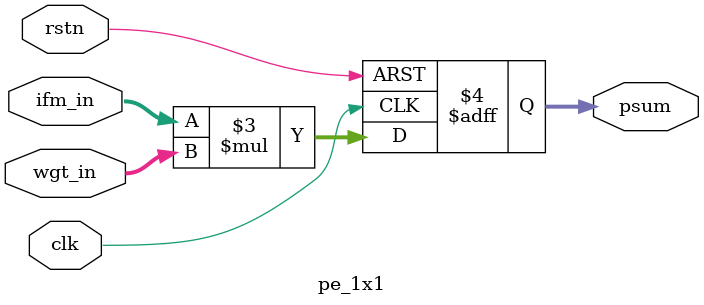
<source format=sv>

module pe_1x1 #(
    parameter DWIDTH = 16
) (
    input wire clk,
    input wire rstn,

    input wire signed [7:0] ifm_in,
    input wire signed [7:0] wgt_in,

    output reg signed [DWIDTH-1:0] psum
);

    always @(posedge clk or negedge rstn) begin
        if (!rstn) begin
            psum <= 0;
        end else begin
            psum <= ifm_in * wgt_in;
        end
    end

endmodule


</source>
